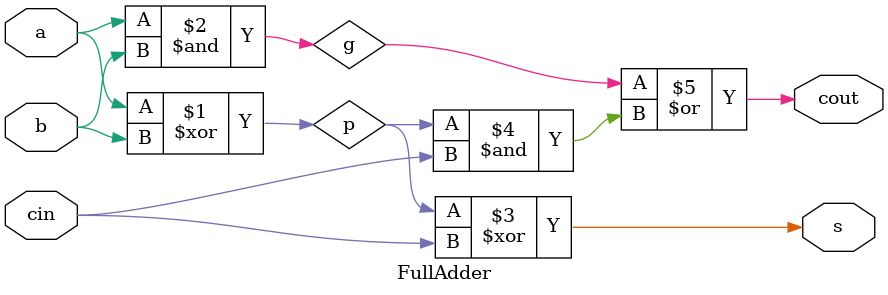
<source format=sv>
`timescale 1ns / 1ps

module FullAdder(input logic a, b, cin,
    output logic s, cout);
    logic p, g;
    assign p = a ^ b;
    assign g = a & b;
    assign s = p ^ cin;
    assign cout = g | (p & cin);
endmodule

</source>
